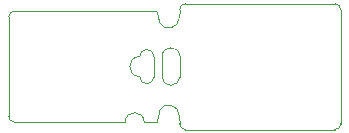
<source format=gbr>
G04 #@! TF.GenerationSoftware,KiCad,Pcbnew,5.1.4+dfsg1-1~bpo10+1*
G04 #@! TF.CreationDate,2019-12-19T14:53:47+01:00*
G04 #@! TF.ProjectId,qomu-board,716f6d75-2d62-46f6-9172-642e6b696361,rev?*
G04 #@! TF.SameCoordinates,Original*
G04 #@! TF.FileFunction,Profile,NP*
%FSLAX46Y46*%
G04 Gerber Fmt 4.6, Leading zero omitted, Abs format (unit mm)*
G04 Created by KiCad (PCBNEW 5.1.4+dfsg1-1~bpo10+1) date 2019-12-19 14:53:47*
%MOMM*%
%LPD*%
G04 APERTURE LIST*
%ADD10C,0.050000*%
%ADD11C,0.010000*%
G04 APERTURE END LIST*
D10*
X45150000Y-26630000D02*
G75*
G02X44650000Y-27130000I-500000J0D01*
G01*
X44650000Y-16479000D02*
G75*
G02X45150000Y-16979000I0J-500000D01*
G01*
X31515000Y-22680000D02*
X31515000Y-20920000D01*
X29744948Y-25590113D02*
G75*
G02X31492032Y-25994015I831536J-383648D01*
G01*
X30015000Y-22610000D02*
G75*
G03X31515000Y-22680000I750000J-35000D01*
G01*
X30015000Y-21130000D02*
X30015000Y-20990000D01*
X29745000Y-18010000D02*
G75*
G03X31492032Y-17605985I831484J383761D01*
G01*
X17525000Y-17100000D02*
X29525000Y-17100000D01*
X31492032Y-17605985D02*
X31500000Y-16980000D01*
X31500000Y-26630000D02*
X31492032Y-25994015D01*
X30015000Y-20990000D02*
G75*
G02X31515000Y-20920000I750000J35000D01*
G01*
X45150000Y-26630000D02*
X45150000Y-16979000D01*
X32000000Y-27130000D02*
X44650000Y-27130000D01*
X32000000Y-16480000D02*
X44650000Y-16480000D01*
X31500000Y-26630000D02*
G75*
G03X32000000Y-27130000I500000J0D01*
G01*
X31500000Y-16980000D02*
G75*
G02X32000000Y-16480000I500000J0D01*
G01*
X17025000Y-26000000D02*
G75*
G03X17525000Y-26500000I500000J0D01*
G01*
D11*
X29325000Y-22650000D02*
G75*
G02X28125000Y-22650000I-600000J0D01*
G01*
X29325000Y-20950000D02*
G75*
G03X28125000Y-20950000I-600000J0D01*
G01*
X28125000Y-20950000D02*
G75*
G03X28125000Y-22650000I0J-850000D01*
G01*
D10*
X28500000Y-26500000D02*
G75*
G03X26900000Y-26500000I-800000J0D01*
G01*
X28500000Y-26500000D02*
X29525000Y-26500000D01*
D11*
X29325000Y-20950000D02*
X29325000Y-22650000D01*
D10*
X17525000Y-17100000D02*
G75*
G03X17025000Y-17600000I0J-500000D01*
G01*
X17025000Y-17600000D02*
X17025000Y-26000000D01*
X17525000Y-26500000D02*
X26900000Y-26500000D01*
X30025000Y-21800000D02*
X30025000Y-21670000D01*
X30025000Y-21670000D02*
X30025000Y-21530000D01*
X30025000Y-21530000D02*
X30025000Y-21400000D01*
X30025000Y-21400000D02*
X30025000Y-21260000D01*
X30025000Y-21260000D02*
X30015000Y-21130000D01*
X29745000Y-18010000D02*
X29735000Y-17910000D01*
X29735000Y-17910000D02*
X29715000Y-17820000D01*
X29715000Y-17820000D02*
X29695000Y-17720000D01*
X29695000Y-17720000D02*
X29675000Y-17640000D01*
X29675000Y-17640000D02*
X29655000Y-17550000D01*
X29655000Y-17550000D02*
X29645000Y-17460000D01*
X29645000Y-17460000D02*
X29625000Y-17380000D01*
X29625000Y-17380000D02*
X29605000Y-17300000D01*
X29605000Y-17300000D02*
X29585000Y-17230000D01*
X29585000Y-17230000D02*
X29555000Y-17150000D01*
X29555000Y-17150000D02*
X29525000Y-17100000D01*
X29525000Y-26500000D02*
X29555000Y-26450000D01*
X29555000Y-26450000D02*
X29585000Y-26370000D01*
X29585000Y-26370000D02*
X29605000Y-26300000D01*
X29605000Y-26300000D02*
X29625000Y-26220000D01*
X29625000Y-26220000D02*
X29645000Y-26140000D01*
X29645000Y-26140000D02*
X29655000Y-26050000D01*
X29655000Y-26050000D02*
X29675000Y-25960000D01*
X29675000Y-25960000D02*
X29695000Y-25880000D01*
X29695000Y-25880000D02*
X29715000Y-25780000D01*
X29715000Y-25780000D02*
X29735000Y-25690000D01*
X29735000Y-25690000D02*
X29745000Y-25590000D01*
X30015000Y-22610000D02*
X30015000Y-22470000D01*
X30015000Y-22470000D02*
X30025000Y-22340000D01*
X30025000Y-22340000D02*
X30025000Y-22200000D01*
X30025000Y-22200000D02*
X30025000Y-22070000D01*
X30025000Y-22070000D02*
X30025000Y-21930000D01*
X30025000Y-21930000D02*
X30025000Y-21800000D01*
M02*

</source>
